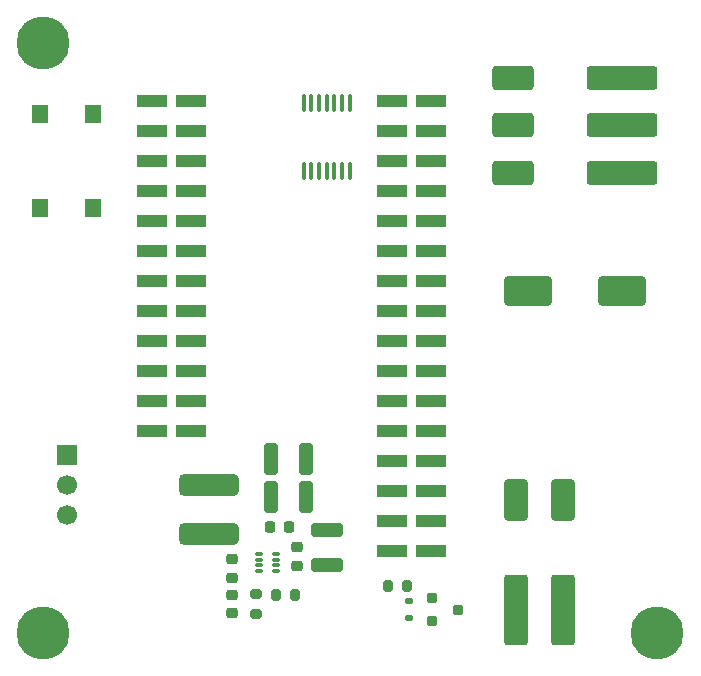
<source format=gbr>
G04 #@! TF.GenerationSoftware,KiCad,Pcbnew,9.0.6*
G04 #@! TF.CreationDate,2025-12-23T18:22:04-05:00*
G04 #@! TF.ProjectId,project-bed-light,70726f6a-6563-4742-9d62-65642d6c6967,rev?*
G04 #@! TF.SameCoordinates,Original*
G04 #@! TF.FileFunction,Soldermask,Top*
G04 #@! TF.FilePolarity,Negative*
%FSLAX46Y46*%
G04 Gerber Fmt 4.6, Leading zero omitted, Abs format (unit mm)*
G04 Created by KiCad (PCBNEW 9.0.6) date 2025-12-23 18:22:04*
%MOMM*%
%LPD*%
G01*
G04 APERTURE LIST*
G04 Aperture macros list*
%AMRoundRect*
0 Rectangle with rounded corners*
0 $1 Rounding radius*
0 $2 $3 $4 $5 $6 $7 $8 $9 X,Y pos of 4 corners*
0 Add a 4 corners polygon primitive as box body*
4,1,4,$2,$3,$4,$5,$6,$7,$8,$9,$2,$3,0*
0 Add four circle primitives for the rounded corners*
1,1,$1+$1,$2,$3*
1,1,$1+$1,$4,$5*
1,1,$1+$1,$6,$7*
1,1,$1+$1,$8,$9*
0 Add four rect primitives between the rounded corners*
20,1,$1+$1,$2,$3,$4,$5,0*
20,1,$1+$1,$4,$5,$6,$7,0*
20,1,$1+$1,$6,$7,$8,$9,0*
20,1,$1+$1,$8,$9,$2,$3,0*%
G04 Aperture macros list end*
%ADD10R,1.400000X1.600000*%
%ADD11C,4.500000*%
%ADD12RoundRect,0.225000X-0.225000X-0.250000X0.225000X-0.250000X0.225000X0.250000X-0.225000X0.250000X0*%
%ADD13RoundRect,0.200000X0.275000X-0.200000X0.275000X0.200000X-0.275000X0.200000X-0.275000X-0.200000X0*%
%ADD14RoundRect,0.250000X-1.750000X-1.000000X1.750000X-1.000000X1.750000X1.000000X-1.750000X1.000000X0*%
%ADD15R,1.700000X1.700000*%
%ADD16C,1.700000*%
%ADD17RoundRect,0.225000X-0.250000X0.225000X-0.250000X-0.225000X0.250000X-0.225000X0.250000X0.225000X0*%
%ADD18R,2.510000X1.000000*%
%ADD19RoundRect,0.200000X-0.200000X-0.275000X0.200000X-0.275000X0.200000X0.275000X-0.200000X0.275000X0*%
%ADD20RoundRect,0.250000X1.100000X-0.325000X1.100000X0.325000X-1.100000X0.325000X-1.100000X-0.325000X0*%
%ADD21RoundRect,0.250000X-0.325000X-1.100000X0.325000X-1.100000X0.325000X1.100000X-0.325000X1.100000X0*%
%ADD22RoundRect,0.100000X-0.100000X0.637500X-0.100000X-0.637500X0.100000X-0.637500X0.100000X0.637500X0*%
%ADD23RoundRect,0.200000X0.200000X0.275000X-0.200000X0.275000X-0.200000X-0.275000X0.200000X-0.275000X0*%
%ADD24RoundRect,0.225000X0.250000X-0.225000X0.250000X0.225000X-0.250000X0.225000X-0.250000X-0.225000X0*%
%ADD25RoundRect,0.200000X-0.250000X-0.200000X0.250000X-0.200000X0.250000X0.200000X-0.250000X0.200000X0*%
%ADD26RoundRect,0.475000X2.075000X-0.475000X2.075000X0.475000X-2.075000X0.475000X-2.075000X-0.475000X0*%
%ADD27RoundRect,0.250000X2.750000X0.750000X-2.750000X0.750000X-2.750000X-0.750000X2.750000X-0.750000X0*%
%ADD28RoundRect,0.250000X1.500000X0.750000X-1.500000X0.750000X-1.500000X-0.750000X1.500000X-0.750000X0*%
%ADD29RoundRect,0.250000X0.750000X-2.750000X0.750000X2.750000X-0.750000X2.750000X-0.750000X-2.750000X0*%
%ADD30RoundRect,0.250000X0.750000X-1.500000X0.750000X1.500000X-0.750000X1.500000X-0.750000X-1.500000X0*%
%ADD31RoundRect,0.050000X0.285000X0.100000X-0.285000X0.100000X-0.285000X-0.100000X0.285000X-0.100000X0*%
%ADD32RoundRect,0.125000X-0.175000X0.125000X-0.175000X-0.125000X0.175000X-0.125000X0.175000X0.125000X0*%
G04 APERTURE END LIST*
D10*
G04 #@! TO.C,S1*
X23750000Y-38000000D03*
X23750000Y-30000000D03*
X28250000Y-38000000D03*
X28250000Y-30000000D03*
G04 #@! TD*
D11*
G04 #@! TO.C,H1*
X24000000Y-24000000D03*
G04 #@! TD*
D12*
G04 #@! TO.C,C5*
X43225000Y-65000000D03*
X44775000Y-65000000D03*
G04 #@! TD*
D13*
G04 #@! TO.C,R2*
X42000000Y-72325000D03*
X42000000Y-70675000D03*
G04 #@! TD*
D14*
G04 #@! TO.C,C8*
X65000000Y-45000000D03*
X73000000Y-45000000D03*
G04 #@! TD*
D15*
G04 #@! TO.C,J3*
X26000000Y-58920000D03*
D16*
X26000000Y-61460000D03*
X26000000Y-64000000D03*
G04 #@! TD*
D17*
G04 #@! TO.C,C3*
X40000000Y-70725000D03*
X40000000Y-72275000D03*
G04 #@! TD*
D18*
G04 #@! TO.C,U2*
X33185000Y-28950000D03*
X36495000Y-28950000D03*
X33185000Y-31490000D03*
X36495000Y-31490000D03*
X33185000Y-34030000D03*
X36495000Y-34030000D03*
X33185000Y-36570000D03*
X36495000Y-36570000D03*
X33185000Y-39110000D03*
X36495000Y-39110000D03*
X33185000Y-41650000D03*
X36495000Y-41650000D03*
X33185000Y-44190000D03*
X36495000Y-44190000D03*
X33185000Y-46730000D03*
X36495000Y-46730000D03*
X33185000Y-49270000D03*
X36495000Y-49270000D03*
X33185000Y-51810000D03*
X36495000Y-51810000D03*
X33185000Y-54350000D03*
X36495000Y-54350000D03*
X33185000Y-56890000D03*
X36495000Y-56890000D03*
X53505000Y-28950000D03*
X56815000Y-28950000D03*
X53505000Y-31490000D03*
X56815000Y-31490000D03*
X53505000Y-34030000D03*
X56815000Y-34030000D03*
X53505000Y-36570000D03*
X56815000Y-36570000D03*
X53505000Y-39110000D03*
X56815000Y-39110000D03*
X53505000Y-41650000D03*
X56815000Y-41650000D03*
X53505000Y-44190000D03*
X56815000Y-44190000D03*
X53505000Y-46730000D03*
X56815000Y-46730000D03*
X53505000Y-49270000D03*
X56815000Y-49270000D03*
X53505000Y-51810000D03*
X56815000Y-51810000D03*
X53505000Y-54350000D03*
X56815000Y-54350000D03*
X53505000Y-56890000D03*
X56815000Y-56890000D03*
X53505000Y-59430000D03*
X56815000Y-59430000D03*
X53505000Y-61970000D03*
X56815000Y-61970000D03*
X53505000Y-64510000D03*
X56815000Y-64510000D03*
X53505000Y-67050000D03*
X56815000Y-67050000D03*
G04 #@! TD*
D19*
G04 #@! TO.C,R3*
X43675000Y-70750000D03*
X45325000Y-70750000D03*
G04 #@! TD*
D20*
G04 #@! TO.C,C1*
X48000000Y-68225000D03*
X48000000Y-65275000D03*
G04 #@! TD*
D21*
G04 #@! TO.C,C6*
X43275000Y-62500000D03*
X46225000Y-62500000D03*
G04 #@! TD*
G04 #@! TO.C,C7*
X43275000Y-59250000D03*
X46225000Y-59250000D03*
G04 #@! TD*
D22*
G04 #@! TO.C,U3*
X49950000Y-29137500D03*
X49300000Y-29137500D03*
X48650000Y-29137500D03*
X48000000Y-29137500D03*
X47350000Y-29137500D03*
X46700000Y-29137500D03*
X46050000Y-29137500D03*
X46050000Y-34862500D03*
X46700000Y-34862500D03*
X47350000Y-34862500D03*
X48000000Y-34862500D03*
X48650000Y-34862500D03*
X49300000Y-34862500D03*
X49950000Y-34862500D03*
G04 #@! TD*
D23*
G04 #@! TO.C,R1*
X54825000Y-70000000D03*
X53175000Y-70000000D03*
G04 #@! TD*
D24*
G04 #@! TO.C,C4*
X40000000Y-69275000D03*
X40000000Y-67725000D03*
G04 #@! TD*
D11*
G04 #@! TO.C,H4*
X76000000Y-74000000D03*
G04 #@! TD*
D25*
G04 #@! TO.C,Q1*
X56900000Y-71050000D03*
X56900000Y-72950000D03*
X59100000Y-72000000D03*
G04 #@! TD*
D11*
G04 #@! TO.C,H3*
X24000000Y-74000000D03*
G04 #@! TD*
D26*
G04 #@! TO.C,L1*
X38000000Y-65600000D03*
X38000000Y-61400000D03*
G04 #@! TD*
D24*
G04 #@! TO.C,C2*
X45500000Y-68275000D03*
X45500000Y-66725000D03*
G04 #@! TD*
D27*
G04 #@! TO.C,J2*
X73000000Y-35000000D03*
D28*
X63750000Y-35000000D03*
D27*
X73000000Y-31000000D03*
D28*
X63750000Y-31000000D03*
D27*
X73000000Y-27000000D03*
D28*
X63750000Y-27000000D03*
G04 #@! TD*
D29*
G04 #@! TO.C,J1*
X64000000Y-72000000D03*
D30*
X64000000Y-62750000D03*
D29*
X68000000Y-72000000D03*
D30*
X68000000Y-62750000D03*
G04 #@! TD*
D31*
G04 #@! TO.C,U1*
X43740000Y-68750000D03*
X43740000Y-68250000D03*
X43740000Y-67750000D03*
X43740000Y-67250000D03*
X42260000Y-67250000D03*
X42260000Y-67750000D03*
X42260000Y-68250000D03*
X42260000Y-68750000D03*
G04 #@! TD*
D32*
G04 #@! TO.C,D1*
X55000000Y-72700000D03*
X55000000Y-71300000D03*
G04 #@! TD*
M02*

</source>
